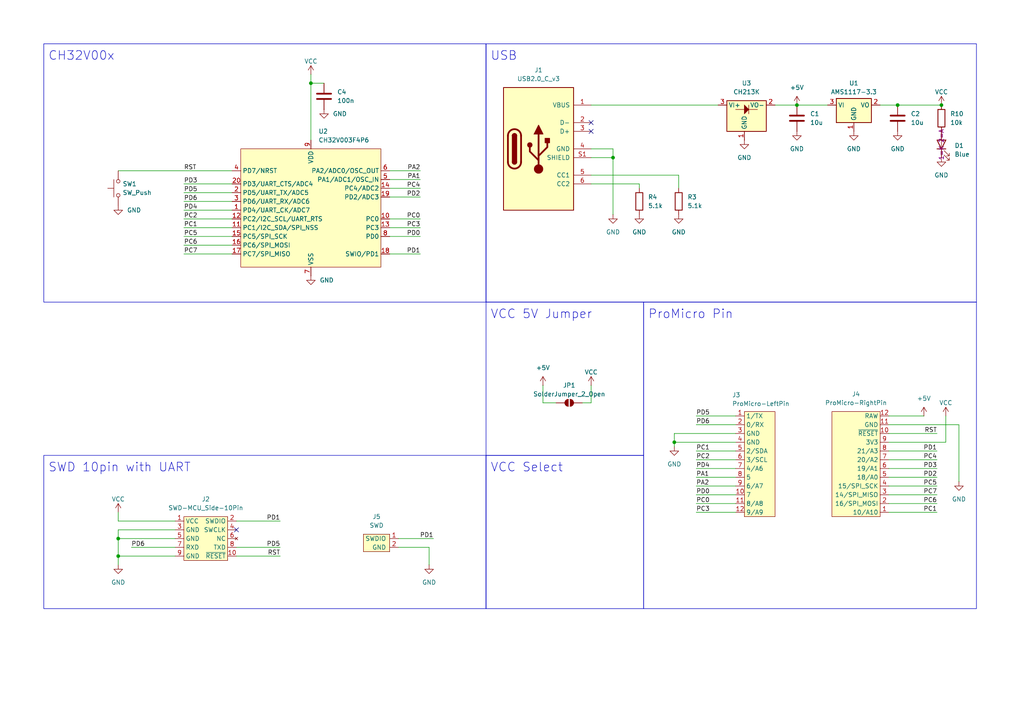
<source format=kicad_sch>
(kicad_sch (version 20250114) (generator "eeschema") (generator_version "9.0")
  (paper "A4")
  (title_block (title "CH32V003 ProMicro") (rev "v1.3.1"))
  (lib_symbols
    (symbol "74th_Interface:ProMicro-Left"
      (property "Reference" "CH" (at 0 12.7 0))
      (property "Value" "ProMicro-Left" (at 0 15.24 0))
      (symbol "ProMicro-Left_0_1"
        (rectangle (start -3.81 11.43) (end 5.08 -19.05) (stroke (width 0.1524)) (fill (type background)))
      )
      (symbol "ProMicro-Left_1_1"
        (pin bidirectional line (at -6.35 10.16 0) (length 2.54) (name "1/TX") (number "1"))
        (pin bidirectional line (at -6.35 7.62 0) (length 2.54) (name "0/RX") (number "2"))
        (pin power_in line (at -6.35 5.08 0) (length 2.54) (name "GND") (number "3"))
        (pin power_in line (at -6.35 2.54 0) (length 2.54) (name "GND") (number "4"))
        (pin bidirectional line (at -6.35 0 0) (length 2.54) (name "2/SDA") (number "5"))
        (pin bidirectional line (at -6.35 -2.54 0) (length 2.54) (name "3/SCL") (number "6"))
        (pin bidirectional line (at -6.35 -5.08 0) (length 2.54) (name "4/A6") (number "7"))
        (pin bidirectional line (at -6.35 -7.62 0) (length 2.54) (name "5") (number "8"))
        (pin bidirectional line (at -6.35 -10.16 0) (length 2.54) (name "6/A7") (number "9"))
        (pin bidirectional line (at -6.35 -12.7 0) (length 2.54) (name "7") (number "10"))
        (pin bidirectional line (at -6.35 -15.24 0) (length 2.54) (name "8/A8") (number "11"))
        (pin bidirectional line (at -6.35 -17.78 0) (length 2.54) (name "9/A9") (number "12"))
      )
    )
    (symbol "74th_Interface:ProMicro-Right"
      (property "Reference" "CH" (at 0 12.7 0))
      (property "Value" "ProMicro-Right" (at 0 15.24 0))
      (symbol "ProMicro-Right_0_1"
        (rectangle (start -3.81 11.43) (end 10.16 -19.05) (stroke (width 0.1524)) (fill (type background)))
      )
      (symbol "ProMicro-Right_1_1"
        (pin power_in line (at 12.7 10.16 180) (length 2.54) (name "RAW") (number "12"))
        (pin power_in line (at 12.7 7.62 180) (length 2.54) (name "GND") (number "11"))
        (pin input line (at 12.7 5.08 180) (length 2.54) (name "~{RESET}") (number "10"))
        (pin power_in line (at 12.7 2.54 180) (length 2.54) (name "3V3") (number "9"))
        (pin bidirectional line (at 12.7 0 180) (length 2.54) (name "21/A3") (number "8"))
        (pin bidirectional line (at 12.7 -2.54 180) (length 2.54) (name "20/A2") (number "7"))
        (pin bidirectional line (at 12.7 -5.08 180) (length 2.54) (name "19/A1") (number "6"))
        (pin bidirectional line (at 12.7 -7.62 180) (length 2.54) (name "18/A0") (number "5"))
        (pin bidirectional line (at 12.7 -10.16 180) (length 2.54) (name "15/SPI_SCK") (number "4"))
        (pin bidirectional line (at 12.7 -12.7 180) (length 2.54) (name "14/SPI_MISO") (number "3"))
        (pin bidirectional line (at 12.7 -15.24 180) (length 2.54) (name "16/SPI_MOSI") (number "2"))
        (pin bidirectional line (at 12.7 -17.78 180) (length 2.54) (name "10/A10") (number "1"))
      )
    )
    (symbol "74th_Interface:SWD_10Pin_MCU-Side"
      (property "Reference" "J" (at 0 7.62 0))
      (property "Value" "SWD_10Pin_MCU-Side" (at 0 5.08 0))
      (symbol "SWD_10Pin_MCU-Side_0_1"
        (rectangle (start -6.35 3.81) (end 6.35 -8.89) (fill (type background)))
      )
      (symbol "SWD_10Pin_MCU-Side_1_1"
        (pin passive line (at -8.89 2.54 0) (length 2.54) (name "VCC") (number "1"))
        (pin passive line (at -8.89 0 0) (length 2.54) (name "GND") (number "3"))
        (pin passive line (at -8.89 -2.54 0) (length 2.54) (name "GND") (number "5"))
        (pin input line (at -8.89 -5.08 0) (length 2.54) (name "RXD") (number "7"))
        (pin passive line (at -8.89 -7.62 0) (length 2.54) (name "GND") (number "9"))
        (pin bidirectional line (at 8.89 2.54 180) (length 2.54) (name "SWDIO") (number "2"))
        (pin input line (at 8.89 0 180) (length 2.54) (name "SWCLK") (number "4"))
        (pin no_connect line (at 8.89 -2.54 180) (length 2.54) (name "NC") (number "6"))
        (pin output line (at 8.89 -5.08 180) (length 2.54) (name "TXD") (number "8"))
        (pin bidirectional line (at 8.89 -7.62 180) (length 2.54) (name "~{RESET}") (number "10"))
      )
    )
    (symbol "74th_Interface:SWD_WCH-1Wire" (pin_names (offset 1.016))
      (property "Reference" "CH" (at -3.81 5.08 0))
      (property "Value" "SWD" (at 3.81 5.08 0))
      (symbol "SWD_WCH-1Wire_0_1"
        (rectangle (start -3.81 3.81) (end 3.81 -1.27) (fill (type background)))
      )
      (symbol "SWD_WCH-1Wire_1_1"
        (pin bidirectional line (at 6.35 2.54 180) (length 2.54) (name "SWDIO") (number "1"))
        (pin power_in line (at 6.35 0 180) (length 2.54) (name "GND") (number "2"))
      )
    )
    (symbol "74th_Interface:USB_TypeC-2.0_Receptacle_Simple" (pin_names (offset 1.016))
      (property "Reference" "J" (at -10.16 19.05 0))
      (property "Value" "USB2.0-C_SMT" (at 15.24 19.05 0))
      (symbol "USB_TypeC-2.0_Receptacle_Simple_0_1"
        (rectangle (start -10.16 17.78) (end 10.16 -17.78) (stroke (width 0.254)) (fill (type background)))
        (polyline (pts (xy -8.89 -3.81) (xy -8.89 3.81)) (stroke (width 0.508)))
        (rectangle (start -7.62 -3.81) (end -6.35 3.81) (stroke (width 0.254)) (fill (type outline)))
        (arc (start -7.62 3.81) (mid -6.985 4.4423) (end -6.35 3.81) (stroke (width 0.254)))
        (arc (start -7.62 3.81) (mid -6.985 4.4423) (end -6.35 3.81) (stroke (width 0.254)) (fill (type outline)))
        (arc (start -8.89 3.81) (mid -6.985 5.7067) (end -5.08 3.81) (stroke (width 0.508)))
        (arc (start -5.08 -3.81) (mid -6.985 -5.7067) (end -8.89 -3.81) (stroke (width 0.508)))
        (arc (start -6.35 -3.81) (mid -6.985 -4.4423) (end -7.62 -3.81) (stroke (width 0.254)))
        (arc (start -6.35 -3.81) (mid -6.985 -4.4423) (end -7.62 -3.81) (stroke (width 0.254)) (fill (type outline)))
        (polyline (pts (xy -5.08 3.81) (xy -5.08 -3.81)) (stroke (width 0.508)))
        (circle (center -2.54 1.143) (radius 0.635) (stroke (width 0.254)) (fill (type outline)))
        (polyline (pts (xy -1.27 4.318) (xy 0 6.858) (xy 1.27 4.318) (xy -1.27 4.318)) (stroke (width 0.254)) (fill (type outline)))
        (polyline (pts (xy 0 -2.032) (xy 2.54 0.508) (xy 2.54 1.778)) (stroke (width 0.508)))
        (polyline (pts (xy 0 -3.302) (xy -2.54 -0.762) (xy -2.54 0.508)) (stroke (width 0.508)))
        (polyline (pts (xy 0 -5.842) (xy 0 4.318)) (stroke (width 0.508)))
        (circle (center 0 -5.842) (radius 1.27) (fill (type outline)))
        (rectangle (start 1.905 1.778) (end 3.175 3.048) (stroke (width 0.254)) (fill (type outline)))
      )
      (symbol "USB_TypeC-2.0_Receptacle_Simple_1_1"
        (pin power_out line (at 15.24 12.7 180) (length 5.08) (name "VBUS") (number "1"))
        (pin bidirectional line (at 15.24 7.62 180) (length 5.08) (name "D-") (number "2"))
        (pin bidirectional line (at 15.24 5.08 180) (length 5.08) (name "D+") (number "3"))
        (pin power_out line (at 15.24 0 180) (length 5.08) (name "GND") (number "4"))
        (pin passive line (at 15.24 -2.54 180) (length 5.08) (name "SHIELD") (number "S1"))
        (pin input line (at 15.24 -7.62 180) (length 5.08) (name "CC1") (number "5"))
        (pin input line (at 15.24 -10.16 180) (length 5.08) (name "CC2") (number "6"))
      )
    )
    (symbol "74th_MCU:CH32V003F4P6"
      (property "Reference" "U" (at -11.43 25.4 0))
      (property "Value" "CH32V003F4P6" (at 12.7 25.4 0))
      (symbol "CH32V003F4P6_0_1"
        (rectangle (start -20.32 24.13) (end 20.32 -10.16) (stroke (width 0.1524)) (fill (type background)))
      )
      (symbol "CH32V003F4P6_1_1"
        (pin bidirectional line (at -22.86 17.78 0) (length 2.54) (name "PD7/NRST") (number "4"))
        (pin bidirectional line (at -22.86 13.97 0) (length 2.54) (name "PD3/UART_CTS/ADC4") (number "20"))
        (pin bidirectional line (at -22.86 11.43 0) (length 2.54) (name "PD5/UART_TX/ADC5") (number "2"))
        (pin bidirectional line (at -22.86 8.89 0) (length 2.54) (name "PD6/UART_RX/ADC6") (number "3"))
        (pin bidirectional line (at -22.86 6.35 0) (length 2.54) (name "PD4/UART_CK/ADC7") (number "1"))
        (pin bidirectional line (at -22.86 3.81 0) (length 2.54) (name "PC2/I2C_SCL/UART_RTS") (number "12"))
        (pin bidirectional line (at -22.86 1.27 0) (length 2.54) (name "PC1/I2C_SDA/SPI_NSS") (number "11"))
        (pin bidirectional line (at -22.86 -1.27 0) (length 2.54) (name "PC5/SPI_SCK") (number "15"))
        (pin bidirectional line (at -22.86 -3.81 0) (length 2.54) (name "PC6/SPI_MOSI") (number "16"))
        (pin bidirectional line (at -22.86 -6.35 0) (length 2.54) (name "PC7/SPI_MISO") (number "17"))
        (pin power_in line (at 0 26.67 270) (length 2.54) (name "VDD") (number "9"))
        (pin power_in line (at 0 -12.7 90) (length 2.54) (name "VSS") (number "7"))
        (pin bidirectional line (at 22.86 17.78 180) (length 2.54) (name "PA2/ADC0/OSC_OUT") (number "6"))
        (pin bidirectional line (at 22.86 15.24 180) (length 2.54) (name "PA1/ADC1/OSC_IN") (number "5"))
        (pin bidirectional line (at 22.86 12.7 180) (length 2.54) (name "PC4/ADC2") (number "14"))
        (pin bidirectional line (at 22.86 10.16 180) (length 2.54) (name "PD2/ADC3") (number "19"))
        (pin bidirectional line (at 22.86 3.81 180) (length 2.54) (name "PC0") (number "10"))
        (pin bidirectional line (at 22.86 1.27 180) (length 2.54) (name "PC3") (number "13"))
        (pin bidirectional line (at 22.86 -1.27 180) (length 2.54) (name "PD0") (number "8"))
        (pin bidirectional line (at 22.86 -6.35 180) (length 2.54) (name "SWIO/PD1") (number "18"))
      )
    )
    (symbol "74th_Passive:AMS1117-3.3_Regulator_SOT89"
      (property "Reference" "U" (at -3.81 3.175 0))
      (property "Value" "AMS1117" (at 0 3.175 0))
      (symbol "AMS1117-3.3_Regulator_SOT89_0_1"
        (rectangle (start -5.08 1.905) (end 5.08 -5.08) (stroke (width 0.254)) (fill (type background)))
      )
      (symbol "AMS1117-3.3_Regulator_SOT89_1_1"
        (pin power_in line (at -7.62 0 0) (length 2.54) (name "VI") (number "3"))
        (pin power_in line (at 0 -7.62 90) (length 2.54) (name "GND") (number "1"))
        (pin power_out line (at 7.62 0 180) (length 2.54) (name "VO") (number "2"))
      )
    )
    (symbol "74th_Passive:CH213K_Ideal-Diode-for-USB-Power"
      (property "Reference" "U" (at -3.81 6.35 0))
      (property "Value" "CH213K" (at 2.54 6.35 0))
      (symbol "CH213K_Ideal-Diode-for-USB-Power_0_1"
        (polyline (pts (xy -2.54 2.54) (xy 3.81 2.54)))
        (polyline (pts (xy 1.27 3.81) (xy 1.27 1.27)))
      )
      (symbol "CH213K_Ideal-Diode-for-USB-Power_1_1"
        (rectangle (start -5.08 5.08) (end 6.35 -3.81) (stroke (width 0.254)) (fill (type background)))
        (polyline (pts (xy 0 3.81) (xy 0 1.27) (xy 1.27 2.54) (xy 0 3.81)) (fill (type outline)))
        (pin power_in line (at -7.62 3.81 0) (length 2.54) (name "VI+") (number "3"))
        (pin power_in line (at 0 -6.35 90) (length 2.54) (name "GND") (number "1"))
        (pin power_out line (at 8.89 3.81 180) (length 2.54) (name "VO-") (number "2"))
      )
    )
    (symbol "Device:C" (pin_numbers (hide yes)) (pin_names (offset 0.254))
      (property "Reference" "C" (at 0.635 2.54 0))
      (property "Value" "C" (at 0.635 -2.54 0))
      (symbol "C_0_1"
        (polyline (pts (xy -2.032 0.762) (xy 2.032 0.762)) (stroke (width 0.508)))
        (polyline (pts (xy -2.032 -0.762) (xy 2.032 -0.762)) (stroke (width 0.508)))
      )
      (symbol "C_1_1"
        (pin passive line (at 0 3.81 270) (length 2.794) (name "~") (number "1"))
        (pin passive line (at 0 -3.81 90) (length 2.794) (name "~") (number "2"))
      )
    )
    (symbol "Device:LED" (pin_numbers (hide yes)) (pin_names (offset 1.016) (hide yes))
      (property "Reference" "D" (at 0 2.54 0))
      (property "Value" "LED" (at 0 -2.54 0))
      (symbol "LED_0_1"
        (polyline (pts (xy -3.048 -0.762) (xy -4.572 -2.286) (xy -3.81 -2.286) (xy -4.572 -2.286) (xy -4.572 -1.524)))
        (polyline (pts (xy -1.778 -0.762) (xy -3.302 -2.286) (xy -2.54 -2.286) (xy -3.302 -2.286) (xy -3.302 -1.524)))
        (polyline (pts (xy -1.27 0) (xy 1.27 0)))
        (polyline (pts (xy -1.27 -1.27) (xy -1.27 1.27)) (stroke (width 0.254)))
        (polyline (pts (xy 1.27 -1.27) (xy 1.27 1.27) (xy -1.27 0) (xy 1.27 -1.27)) (stroke (width 0.254)))
      )
      (symbol "LED_1_1"
        (pin passive line (at -3.81 0 0) (length 2.54) (name "K") (number "1"))
        (pin passive line (at 3.81 0 180) (length 2.54) (name "A") (number "2"))
      )
    )
    (symbol "Device:R" (pin_numbers (hide yes)) (pin_names (offset 0))
      (property "Reference" "R" (at 2.032 0 90))
      (property "Value" "R" (at 0 0 90))
      (symbol "R_0_1"
        (rectangle (start -1.016 -2.54) (end 1.016 2.54) (stroke (width 0.254)))
      )
      (symbol "R_1_1"
        (pin passive line (at 0 3.81 270) (length 1.27) (name "~") (number "1"))
        (pin passive line (at 0 -3.81 90) (length 1.27) (name "~") (number "2"))
      )
    )
    (symbol "Jumper:SolderJumper_2_Open" (pin_numbers (hide yes)) (pin_names (offset 0) (hide yes)) (in_bom no)
      (property "Reference" "JP" (at 0 2.032 0))
      (property "Value" "SolderJumper_2_Open" (at 0 -2.54 0))
      (symbol "SolderJumper_2_Open_0_1"
        (polyline (pts (xy -0.254 1.016) (xy -0.254 -1.016)))
        (arc (start -0.254 -1.016) (mid -1.2656 0) (end -0.254 1.016))
        (arc (start -0.254 -1.016) (mid -1.2656 0) (end -0.254 1.016) (fill (type outline)))
        (arc (start 0.254 1.016) (mid 1.2656 0) (end 0.254 -1.016))
        (arc (start 0.254 1.016) (mid 1.2656 0) (end 0.254 -1.016) (fill (type outline)))
        (polyline (pts (xy 0.254 1.016) (xy 0.254 -1.016)))
      )
      (symbol "SolderJumper_2_Open_1_1"
        (pin passive line (at -3.81 0 0) (length 2.54) (name "A") (number "1"))
        (pin passive line (at 3.81 0 180) (length 2.54) (name "B") (number "2"))
      )
    )
    (symbol "Switch:SW_Push" (pin_numbers (hide yes)) (pin_names (offset 1.016) (hide yes))
      (property "Reference" "SW" (at 1.27 2.54 0))
      (property "Value" "SW_Push" (at 0 -1.524 0))
      (symbol "SW_Push_0_1"
        (circle (center -2.032 0) (radius 0.508))
        (polyline (pts (xy 0 1.27) (xy 0 3.048)))
        (circle (center 2.032 0) (radius 0.508))
        (polyline (pts (xy 2.54 1.27) (xy -2.54 1.27)))
        (pin passive line (at -5.08 0 0) (length 2.54) (name "1") (number "1"))
        (pin passive line (at 5.08 0 180) (length 2.54) (name "2") (number "2"))
      )
    )
    (symbol "power:+5V" (power) (pin_numbers (hide yes)) (pin_names (offset 0) (hide yes))
      (property "Value" "+5V" (at 0 3.556 0))
      (symbol "+5V_0_1"
        (polyline (pts (xy -0.762 1.27) (xy 0 2.54)))
        (polyline (pts (xy 0 2.54) (xy 0.762 1.27)))
        (polyline (pts (xy 0 0) (xy 0 2.54)))
      )
      (symbol "+5V_1_1"
        (pin power_in line (at 0 0 90) (length 0) (name "~") (number "1"))
      )
    )
    (symbol "power:GND" (power) (pin_numbers (hide yes)) (pin_names (offset 0) (hide yes))
      (property "Value" "GND" (at 0 -3.81 0))
      (symbol "GND_0_1"
        (polyline (pts (xy 0 0) (xy 0 -1.27) (xy 1.27 -1.27) (xy 0 -2.54) (xy -1.27 -1.27) (xy 0 -1.27)))
      )
      (symbol "GND_1_1"
        (pin power_in line (at 0 0 270) (length 0) (name "~") (number "1"))
      )
    )
    (symbol "power:VCC" (power) (pin_numbers (hide yes)) (pin_names (offset 0) (hide yes))
      (property "Value" "VCC" (at 0 3.556 0))
      (symbol "VCC_0_1"
        (polyline (pts (xy -0.762 1.27) (xy 0 2.54)))
        (polyline (pts (xy 0 2.54) (xy 0.762 1.27)))
        (polyline (pts (xy 0 0) (xy 0 2.54)))
      )
      (symbol "VCC_1_1"
        (pin power_in line (at 0 0 90) (length 0) (name "~") (number "1"))
      )
    )
  )
  (rectangle (start 12.7 12.7) (end 140.97 87.63))
  (rectangle (start 140.97 12.7) (end 283.21 87.63))
  (rectangle (start 186.69 87.63) (end 283.21 176.53))
  (rectangle (start 140.97 132.08) (end 186.69 176.53))
  (rectangle (start 140.97 87.63) (end 186.69 132.08))
  (rectangle (start 12.7 132.08) (end 140.97 176.53))
  (text "VCC 5V Jumper" (at 142.24 92.71 0) (effects (font (size 2.54 2.54)) (justify left bottom)))
  (text "CH32V00x" (at 13.97 17.78 0) (effects (font (size 2.54 2.54)) (justify left bottom)))
  (text "VCC Select" (at 142.24 137.16 0) (effects (font (size 2.54 2.54)) (justify left bottom)))
  (text "ProMicro Pin" (at 187.96 92.71 0) (effects (font (size 2.54 2.54)) (justify left bottom)))
  (text "USB" (at 142.24 17.78 0) (effects (font (size 2.54 2.54)) (justify left bottom)))
  (text "SWD 10pin with UART" (at 13.97 137.16 0) (effects (font (size 2.54 2.54)) (justify left bottom)))
  (junction (at 195.58 128.27))
  (junction (at 34.29 161.29))
  (junction (at 260.35 30.48))
  (junction (at 34.29 156.21))
  (junction (at 177.8 45.72))
  (junction (at 273.05 30.48))
  (junction (at 90.17 24.13))
  (junction (at 231.14 30.48))
  (no_connect (at 68.58 153.67))
  (no_connect (at 171.45 35.56))
  (no_connect (at 171.45 38.1))
  (wire (pts (xy 53.34 71.12) (xy 67.31 71.12)))
  (wire (pts (xy 53.34 60.96) (xy 67.31 60.96)))
  (wire (pts (xy 53.34 53.34) (xy 67.31 53.34)))
  (wire (pts (xy 201.93 148.59) (xy 213.36 148.59)))
  (wire (pts (xy 257.81 128.27) (xy 274.32 128.27)))
  (wire (pts (xy 53.34 63.5) (xy 67.31 63.5)))
  (wire (pts (xy 231.14 30.48) (xy 240.03 30.48)))
  (wire (pts (xy 53.34 66.04) (xy 67.31 66.04)))
  (wire (pts (xy 90.17 21.59) (xy 90.17 24.13)))
  (wire (pts (xy 201.93 123.19) (xy 213.36 123.19)))
  (wire (pts (xy 224.79 30.48) (xy 231.14 30.48)))
  (wire (pts (xy 196.85 50.8) (xy 196.85 54.61)))
  (wire (pts (xy 201.93 140.97) (xy 213.36 140.97)))
  (wire (pts (xy 257.81 120.65) (xy 267.97 120.65)))
  (wire (pts (xy 201.93 133.35) (xy 213.36 133.35)))
  (wire (pts (xy 34.29 153.67) (xy 50.8 153.67)))
  (wire (pts (xy 260.35 30.48) (xy 273.05 30.48)))
  (wire (pts (xy 124.46 158.75) (xy 124.46 163.83)))
  (wire (pts (xy 201.93 130.81) (xy 213.36 130.81)))
  (wire (pts (xy 34.29 156.21) (xy 50.8 156.21)))
  (wire (pts (xy 201.93 135.89) (xy 213.36 135.89)))
  (wire (pts (xy 34.29 161.29) (xy 34.29 163.83)))
  (wire (pts (xy 177.8 45.72) (xy 177.8 62.23)))
  (wire (pts (xy 171.45 53.34) (xy 185.42 53.34)))
  (wire (pts (xy 257.81 148.59) (xy 271.78 148.59)))
  (wire (pts (xy 257.81 123.19) (xy 278.13 123.19)))
  (wire (pts (xy 34.29 153.67) (xy 34.29 156.21)))
  (wire (pts (xy 121.92 57.15) (xy 113.03 57.15)))
  (wire (pts (xy 257.81 125.73) (xy 271.78 125.73)))
  (wire (pts (xy 161.29 116.84) (xy 157.48 116.84)))
  (wire (pts (xy 113.03 52.07) (xy 121.92 52.07)))
  (wire (pts (xy 34.29 151.13) (xy 34.29 148.59)))
  (wire (pts (xy 213.36 125.73) (xy 195.58 125.73)))
  (wire (pts (xy 171.45 30.48) (xy 208.28 30.48)))
  (wire (pts (xy 38.1 158.75) (xy 50.8 158.75)))
  (wire (pts (xy 201.93 143.51) (xy 213.36 143.51)))
  (wire (pts (xy 257.81 143.51) (xy 271.78 143.51)))
  (wire (pts (xy 34.29 156.21) (xy 34.29 161.29)))
  (wire (pts (xy 121.92 63.5) (xy 113.03 63.5)))
  (wire (pts (xy 201.93 120.65) (xy 213.36 120.65)))
  (wire (pts (xy 115.57 158.75) (xy 124.46 158.75)))
  (wire (pts (xy 278.13 123.19) (xy 278.13 139.7)))
  (wire (pts (xy 90.17 24.13) (xy 93.98 24.13)))
  (wire (pts (xy 157.48 116.84) (xy 157.48 111.76)))
  (wire (pts (xy 113.03 49.53) (xy 121.92 49.53)))
  (wire (pts (xy 171.45 45.72) (xy 177.8 45.72)))
  (wire (pts (xy 50.8 161.29) (xy 34.29 161.29)))
  (wire (pts (xy 53.34 58.42) (xy 67.31 58.42)))
  (wire (pts (xy 195.58 125.73) (xy 195.58 128.27)))
  (wire (pts (xy 201.93 146.05) (xy 213.36 146.05)))
  (wire (pts (xy 177.8 43.18) (xy 177.8 45.72)))
  (wire (pts (xy 113.03 73.66) (xy 121.92 73.66)))
  (wire (pts (xy 257.81 138.43) (xy 271.78 138.43)))
  (wire (pts (xy 121.92 66.04) (xy 113.03 66.04)))
  (wire (pts (xy 257.81 140.97) (xy 271.78 140.97)))
  (wire (pts (xy 171.45 116.84) (xy 171.45 111.76)))
  (wire (pts (xy 257.81 146.05) (xy 271.78 146.05)))
  (wire (pts (xy 68.58 161.29) (xy 81.28 161.29)))
  (wire (pts (xy 257.81 135.89) (xy 271.78 135.89)))
  (wire (pts (xy 68.58 158.75) (xy 81.28 158.75)))
  (wire (pts (xy 53.34 55.88) (xy 67.31 55.88)))
  (wire (pts (xy 257.81 133.35) (xy 271.78 133.35)))
  (wire (pts (xy 195.58 128.27) (xy 213.36 128.27)))
  (wire (pts (xy 185.42 53.34) (xy 185.42 54.61)))
  (wire (pts (xy 121.92 68.58) (xy 113.03 68.58)))
  (wire (pts (xy 53.34 68.58) (xy 67.31 68.58)))
  (wire (pts (xy 90.17 24.13) (xy 90.17 40.64)))
  (wire (pts (xy 53.34 73.66) (xy 67.31 73.66)))
  (wire (pts (xy 177.8 43.18) (xy 171.45 43.18)))
  (wire (pts (xy 115.57 156.21) (xy 125.73 156.21)))
  (wire (pts (xy 171.45 50.8) (xy 196.85 50.8)))
  (wire (pts (xy 201.93 138.43) (xy 213.36 138.43)))
  (wire (pts (xy 68.58 151.13) (xy 81.28 151.13)))
  (wire (pts (xy 50.8 151.13) (xy 34.29 151.13)))
  (wire (pts (xy 257.81 130.81) (xy 271.78 130.81)))
  (wire (pts (xy 34.29 49.53) (xy 67.31 49.53)))
  (wire (pts (xy 195.58 128.27) (xy 195.58 129.54)))
  (wire (pts (xy 168.91 116.84) (xy 171.45 116.84)))
  (wire (pts (xy 255.27 30.48) (xy 260.35 30.48)))
  (wire (pts (xy 121.92 54.61) (xy 113.03 54.61)))
  (wire (pts (xy 274.32 128.27) (xy 274.32 120.65)))
  (label "PC5" (at 53.34 68.58 0))
  (label "PA1" (at 201.93 138.43 0))
  (label "PC0" (at 121.92 63.5 180))
  (label "PC1" (at 201.93 130.81 0))
  (label "PC1" (at 53.34 66.04 0))
  (label "PD2" (at 271.78 138.43 180))
  (label "PC7" (at 271.78 143.51 180))
  (label "PC6" (at 271.78 146.05 180))
  (label "PC5" (at 271.78 140.97 180))
  (label "PA1" (at 121.92 52.07 180))
  (label "PD5" (at 81.28 158.75 180))
  (label "PD1" (at 125.73 156.21 180))
  (label "PD0" (at 121.92 68.58 180))
  (label "RST" (at 81.28 161.29 180))
  (label "PD5" (at 201.93 120.65 0))
  (label "PD5" (at 53.34 55.88 0))
  (label "PD4" (at 53.34 60.96 0))
  (label "RST" (at 271.78 125.73 180))
  (label "PC2" (at 201.93 133.35 0))
  (label "PA2" (at 121.92 49.53 180))
  (label "PD3" (at 53.34 53.34 0))
  (label "RST" (at 53.34 49.53 0))
  (label "PC4" (at 121.92 54.61 180))
  (label "PD1" (at 271.78 130.81 180))
  (label "PD1" (at 81.28 151.13 180))
  (label "PD2" (at 121.92 57.15 180))
  (label "PD4" (at 201.93 135.89 0))
  (label "PC3" (at 201.93 148.59 0))
  (label "PA2" (at 201.93 140.97 0))
  (label "PD6" (at 201.93 123.19 0))
  (label "PC4" (at 271.78 133.35 180))
  (label "PD1" (at 121.92 73.66 180))
  (label "PC3" (at 121.92 66.04 180))
  (label "PC1" (at 271.78 148.59 180))
  (label "PD0" (at 201.93 143.51 0))
  (label "PD3" (at 271.78 135.89 180))
  (label "PC2" (at 53.34 63.5 0))
  (label "PD6" (at 38.1 158.75 0))
  (label "PD6" (at 53.34 58.42 0))
  (label "PC0" (at 201.93 146.05 0))
  (label "PC7" (at 53.34 73.66 0))
  (label "PC6" (at 53.34 71.12 0))
  (symbol (lib_id "power:GND") (at 34.29 59.69 0) (unit 1)
    (property "Reference" "#PWR0115" (effects (hide yes)))
    (property "Value" "GND" (at 36.83 60.9599 0) (effects (justify left)))
    (property "Description" "Power symbol creates a global label with name \"GND\" , ground" (effects (hide yes)))
  )
  (symbol (lib_id "power:VCC") (at 273.05 30.48 0) (unit 1)
    (property "Reference" "#PWR03" (effects (hide yes)))
    (property "Value" "VCC" (at 273.05 26.67 0))
    (property "Description" "Power symbol creates a global label with name \"VCC\"" (effects (hide yes)))
  )
  (symbol (lib_id "power:VCC") (at 90.17 21.59 0) (unit 1)
    (property "Reference" "#PWR04" (effects (hide yes)))
    (property "Value" "VCC" (at 90.17 17.78 0))
    (property "Description" "Power symbol creates a global label with name \"VCC\"" (effects (hide yes)))
  )
  (symbol (lib_id "power:GND") (at 177.8 62.23 0) (unit 1)
    (property "Reference" "#PWR0101" (effects (hide yes)))
    (property "Value" "GND" (at 177.8 67.31 0))
    (property "Description" "Power symbol creates a global label with name \"GND\" , ground" (effects (hide yes)))
  )
  (symbol (lib_id "power:VCC") (at 274.32 120.65 0) (unit 1)
    (property "Reference" "#PWR02" (effects (hide yes)))
    (property "Value" "VCC" (at 274.32 116.84 0))
    (property "Description" "Power symbol creates a global label with name \"VCC\"" (effects (hide yes)))
  )
  (symbol (lib_id "Switch:SW_Push") (at 34.29 54.61 90) (unit 1)
    (property "Reference" "SW1" (at 35.56 53.3399 90) (effects (justify right)))
    (property "Value" "SW_Push" (at 35.56 55.8799 90) (effects (justify right)))
    (property "Footprint" "74th:Switch_SKRPABE010" (effects (hide yes)))
    (property "Description" "Push button switch, generic, two pins" (effects (hide yes)))
    (property "Function" "RST" (effects (hide yes)))
  )
  (symbol (lib_id "Device:R") (at 273.05 34.29 0) (unit 1)
    (property "Reference" "R10" (at 275.59 33.02 0) (effects (justify left)))
    (property "Value" "10k" (at 275.59 35.56 0) (effects (justify left)))
    (property "Footprint" "74th:Register_0603_1608" (effects (hide yes)))
    (property "Description" "Resistor" (effects (hide yes)))
  )
  (symbol (lib_id "power:GND") (at 215.9 40.64 0) (unit 1)
    (property "Reference" "#PWR011" (effects (hide yes)))
    (property "Value" "GND" (at 215.9 45.72 0))
    (property "Description" "Power symbol creates a global label with name \"GND\" , ground" (effects (hide yes)))
  )
  (symbol (lib_id "power:GND") (at 195.58 129.54 0) (unit 1)
    (property "Reference" "#PWR0113" (effects (hide yes)))
    (property "Value" "GND" (at 195.58 134.62 0))
    (property "Description" "Power symbol creates a global label with name \"GND\" , ground" (effects (hide yes)))
  )
  (symbol (lib_id "power:+5V") (at 157.48 111.76 0) (unit 1)
    (property "Reference" "#PWR06" (effects (hide yes)))
    (property "Value" "+5V" (at 157.48 106.68 0))
    (property "Description" "Power symbol creates a global label with name \"+5V\"" (effects (hide yes)))
  )
  (symbol (lib_id "74th_MCU:CH32V003F4P6") (at 90.17 67.31 0) (unit 1)
    (property "Reference" "U2" (at 92.3641 38.1 0) (effects (justify left)))
    (property "Value" "CH32V003F4P6" (at 92.3641 40.64 0) (effects (justify left)))
    (property "Footprint" "74th:Package_TSSOP-20_4.4x6.5mm_P0.65mm" (effects (hide yes)))
  )
  (symbol (lib_id "Jumper:SolderJumper_2_Open") (at 165.1 116.84 0) (unit 1)
    (property "Reference" "JP1" (at 165.1 111.76 0))
    (property "Value" "SolderJumper_2_Open" (at 165.1 114.3 0))
    (property "Footprint" "74th:SolderJumper-2" (effects (hide yes)))
    (property "Description" "Solder Jumper, 2-pole, open" (effects (hide yes)))
  )
  (symbol (lib_id "Device:C") (at 93.98 27.94 0) (unit 1)
    (property "Reference" "C4" (at 97.79 26.6699 0) (effects (justify left)))
    (property "Value" "100n" (at 97.79 29.2099 0) (effects (justify left)))
    (property "Footprint" "74th:Capacitor_0603_1608" (effects (hide yes)))
    (property "Description" "Unpolarized capacitor" (effects (hide yes)))
  )
  (symbol (lib_id "power:GND") (at 260.35 38.1 0) (unit 1)
    (property "Reference" "#PWR0103" (effects (hide yes)))
    (property "Value" "GND" (at 260.35 43.18 0))
    (property "Description" "Power symbol creates a global label with name \"GND\" , ground" (effects (hide yes)))
  )
  (symbol (lib_id "power:VCC") (at 171.45 111.76 0) (unit 1)
    (property "Reference" "#PWR07" (effects (hide yes)))
    (property "Value" "VCC" (at 171.45 107.95 0))
    (property "Description" "Power symbol creates a global label with name \"VCC\"" (effects (hide yes)))
  )
  (symbol (lib_id "power:GND") (at 90.17 80.01 0) (unit 1)
    (property "Reference" "#PWR0123" (effects (hide yes)))
    (property "Value" "GND" (at 92.71 81.2799 0) (effects (justify left)))
    (property "Description" "Power symbol creates a global label with name \"GND\" , ground" (effects (hide yes)))
  )
  (symbol (lib_id "power:VCC") (at 34.29 148.59 0) (unit 1)
    (property "Reference" "#PWR09" (effects (hide yes)))
    (property "Value" "VCC" (at 34.29 144.78 0))
    (property "Description" "Power symbol creates a global label with name \"VCC\"" (effects (hide yes)))
  )
  (symbol (lib_id "power:GND") (at 231.14 38.1 0) (unit 1)
    (property "Reference" "#PWR0106" (effects (hide yes)))
    (property "Value" "GND" (at 231.14 43.18 0))
    (property "Description" "Power symbol creates a global label with name \"GND\" , ground" (effects (hide yes)))
  )
  (symbol (lib_id "74th_Interface:ProMicro-Left") (at 219.71 130.81 0) (unit 1)
    (property "Reference" "J3" (at 212.344 114.554 0) (effects (justify left)))
    (property "Value" "ProMicro-LeftPin" (at 212.344 117.094 0) (effects (justify left)))
    (property "Footprint" "74th:PinOut_ProMicro-LIKE_LEFT" (effects (hide yes)))
  )
  (symbol (lib_id "power:+5V") (at 267.97 120.65 0) (unit 1)
    (property "Reference" "#PWR0112" (effects (hide yes)))
    (property "Value" "+5V" (at 267.97 115.57 0))
    (property "Description" "Power symbol creates a global label with name \"+5V\"" (effects (hide yes)))
  )
  (symbol (lib_id "74th_Passive:AMS1117-3.3_Regulator_SOT89") (at 247.65 30.48 0) (unit 1)
    (property "Reference" "U1" (at 247.65 24.13 0))
    (property "Value" "AMS1117-3.3" (at 247.65 26.67 0))
    (property "Footprint" "74th:Package_SOT-89-3" (effects (hide yes)))
    (property "Datasheet" "http://www.advanced-monolithic.com/pdf/ds1117.pdf" (effects (hide yes)))
    (property "Description" "1A Low Dropout regulator, positive, adjustable output, SOT-223" (effects (hide yes)))
  )
  (symbol (lib_id "Device:R") (at 196.85 58.42 0) (unit 1)
    (property "Reference" "R3" (at 199.39 57.1499 0) (effects (justify left)))
    (property "Value" "5.1k" (at 199.39 59.6899 0) (effects (justify left)))
    (property "Footprint" "74th:Register_0603_1608" (effects (hide yes)))
    (property "Description" "Resistor" (effects (hide yes)))
  )
  (symbol (lib_id "74th_Interface:SWD_WCH-1Wire") (at 109.22 158.75 0) (unit 1)
    (property "Reference" "J5" (at 109.22 149.86 0))
    (property "Value" "SWD" (at 109.22 152.4 0))
    (property "Footprint" "74th:PinOut_Pin_2_2GND" (effects (hide yes)))
  )
  (symbol (lib_id "Device:R") (at 185.42 58.42 0) (unit 1)
    (property "Reference" "R4" (at 187.96 57.1499 0) (effects (justify left)))
    (property "Value" "5.1k" (at 187.96 59.6899 0) (effects (justify left)))
    (property "Footprint" "74th:Register_0603_1608" (effects (hide yes)))
    (property "Description" "Resistor" (effects (hide yes)))
  )
  (symbol (lib_id "power:GND") (at 185.42 62.23 0) (unit 1)
    (property "Reference" "#PWR0102" (effects (hide yes)))
    (property "Value" "GND" (at 185.42 67.31 0))
    (property "Description" "Power symbol creates a global label with name \"GND\" , ground" (effects (hide yes)))
  )
  (symbol (lib_id "74th_Interface:USB_TypeC-2.0_Receptacle_Simple") (at 156.21 43.18 0) (unit 1)
    (property "Reference" "J1" (at 156.21 20.32 0))
    (property "Value" "USB2.0_C_v3" (at 156.21 22.86 0))
    (property "Footprint" "74th:Connector_USB-C-Receptacle_SMT_12-Pin_Simple" (effects (hide yes)))
    (property "Datasheet" "https://www.usb.org/sites/default/files/documents/usb_type-c.zip" (effects (hide yes)))
    (property "Description" "USB 2.0-only Type-C Plug connector" (effects (hide yes)))
  )
  (symbol (lib_id "power:GND") (at 34.29 163.83 0) (unit 1)
    (property "Reference" "#PWR08" (effects (hide yes)))
    (property "Value" "GND" (at 34.29 168.91 0))
    (property "Description" "Power symbol creates a global label with name \"GND\" , ground" (effects (hide yes)))
  )
  (symbol (lib_id "74th_Interface:SWD_10Pin_MCU-Side") (at 59.69 153.67 0) (unit 1)
    (property "Reference" "J2" (at 59.69 144.78 0))
    (property "Value" "SWD-MCU_Side-10Pin" (at 59.69 147.32 0))
    (property "Footprint" "74th:Connector_HalfPinHeader_SWD" (effects (hide yes)))
  )
  (symbol (lib_id "power:GND") (at 247.65 38.1 0) (unit 1)
    (property "Reference" "#PWR0104" (effects (hide yes)))
    (property "Value" "GND" (at 247.65 43.18 0))
    (property "Description" "Power symbol creates a global label with name \"GND\" , ground" (effects (hide yes)))
  )
  (symbol (lib_id "power:GND") (at 93.98 31.75 0) (unit 1)
    (property "Reference" "#PWR0117" (effects (hide yes)))
    (property "Value" "GND" (at 96.52 33.0199 0) (effects (justify left)))
    (property "Description" "Power symbol creates a global label with name \"GND\" , ground" (effects (hide yes)))
  )
  (symbol (lib_id "power:GND") (at 278.13 139.7 0) (unit 1)
    (property "Reference" "#PWR0111" (effects (hide yes)))
    (property "Value" "GND" (at 278.13 144.78 0))
    (property "Description" "Power symbol creates a global label with name \"GND\" , ground" (effects (hide yes)))
  )
  (symbol (lib_id "Device:C") (at 231.14 34.29 0) (unit 1)
    (property "Reference" "C1" (at 234.95 33.0199 0) (effects (justify left)))
    (property "Value" "10u" (at 234.95 35.5599 0) (effects (justify left)))
    (property "Footprint" "74th:Capacitor_0603_1608" (effects (hide yes)))
    (property "Description" "Unpolarized capacitor" (effects (hide yes)))
  )
  (symbol (lib_id "power:GND") (at 273.05 45.72 0) (unit 1)
    (property "Reference" "#PWR0108" (effects (hide yes)))
    (property "Value" "GND" (at 273.05 50.8 0))
    (property "Description" "Power symbol creates a global label with name \"GND\" , ground" (effects (hide yes)))
  )
  (symbol (lib_id "74th_Interface:ProMicro-Right") (at 245.11 130.81 0) (unit 1)
    (property "Reference" "J4" (at 248.285 114.3 0))
    (property "Value" "ProMicro-RightPin" (at 248.285 116.84 0))
    (property "Footprint" "74th:PinOut_ProMicro-LIKE_RIGHT" (effects (hide yes)))
  )
  (symbol (lib_id "Device:C") (at 260.35 34.29 0) (unit 1)
    (property "Reference" "C2" (at 264.16 33.02 0) (effects (justify left)))
    (property "Value" "10u" (at 264.16 35.56 0) (effects (justify left)))
    (property "Footprint" "74th:Capacitor_0603_1608" (effects (hide yes)))
    (property "Description" "Unpolarized capacitor" (effects (hide yes)))
  )
  (symbol (lib_id "power:+5V") (at 231.14 30.48 0) (unit 1)
    (property "Reference" "#PWR0105" (effects (hide yes)))
    (property "Value" "+5V" (at 231.14 25.4 0))
    (property "Description" "Power symbol creates a global label with name \"+5V\"" (effects (hide yes)))
  )
  (symbol (lib_id "power:GND") (at 124.46 163.83 0) (unit 1)
    (property "Reference" "#PWR013" (effects (hide yes)))
    (property "Value" "GND" (at 124.46 168.91 0))
    (property "Description" "Power symbol creates a global label with name \"GND\" , ground" (effects (hide yes)))
  )
  (symbol (lib_id "Device:LED") (at 273.05 41.91 90) (unit 1)
    (property "Reference" "D1" (at 276.86 42.2275 90) (effects (justify right)))
    (property "Value" "Blue" (at 276.86 44.7675 90) (effects (justify right)))
    (property "Footprint" "74th:LED_0805_2012" (effects (hide yes)))
    (property "Description" "Light emitting diode" (effects (hide yes)))
    (property "Sim.Pins" "1=K 2=A" (at 273.05 41.91 0))
  )
  (symbol (lib_id "74th_Passive:CH213K_Ideal-Diode-for-USB-Power") (at 215.9 34.29 0) (unit 1)
    (property "Reference" "U3" (at 216.535 24.13 0))
    (property "Value" "CH213K" (at 216.535 26.67 0))
    (property "Footprint" "74th:Package_SOT-23" (effects (hide yes)))
  )
  (symbol (lib_id "power:GND") (at 196.85 62.23 0) (unit 1)
    (property "Reference" "#PWR0109" (effects (hide yes)))
    (property "Value" "GND" (at 196.85 67.31 0))
    (property "Description" "Power symbol creates a global label with name \"GND\" , ground" (effects (hide yes)))
  )
)
</source>
